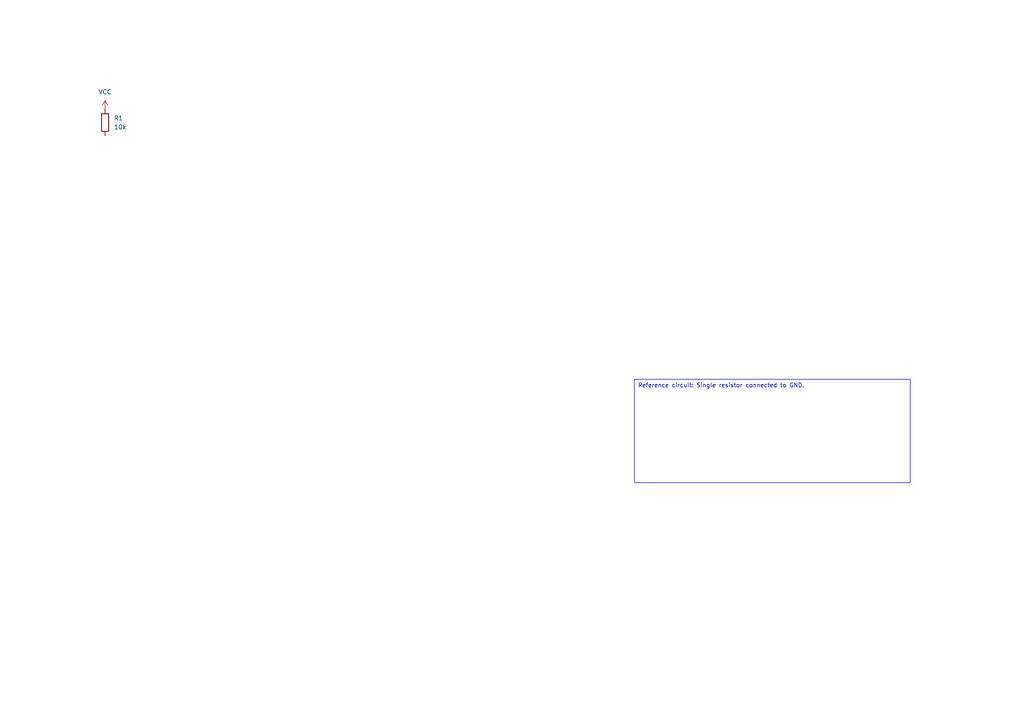
<source format=kicad_sch>
(kicad_sch (version 20250114) (generator "eeschema") (generator_version "9.0")
  (paper "A4")
  (title_block (title "reference_gnd"))
  (lib_symbols
    (symbol "Device:R" (pin_numbers (hide yes)) (pin_names (offset 0))
      (property "Reference" "R" (at 2.032 0 90))
      (property "Value" "R" (at 0 0 90))
      (symbol "R_0_1"
        (rectangle (start -1.016 -2.54) (end 1.016 2.54) (stroke (width 0.254)))
      )
      (symbol "R_1_1"
        (pin passive line (at 0 3.81 270) (length 1.27) (name "~") (number "1"))
        (pin passive line (at 0 -3.81 90) (length 1.27) (name "~") (number "2"))
      )
    )
    (symbol "power:VCC" (power) (pin_numbers (hide yes)) (pin_names (offset 0) (hide yes))
      (property "Value" "VCC" (at 0 3.556 0))
      (symbol "VCC_0_1"
        (polyline (pts (xy -0.762 1.27) (xy 0 2.54)))
        (polyline (pts (xy 0 2.54) (xy 0.762 1.27)))
        (polyline (pts (xy 0 0) (xy 0 2.54)))
      )
      (symbol "VCC_1_1"
        (pin power_in line (at 0 0 90) (length 0) (name "~") (number "1"))
      )
    )
  )
  (text_box "Reference circuit: Single resistor connected to GND." (at 184 110 0) (size 80 30) (margins 1 1 1 1) (effects (font (size 1.2 1.2)) (justify left top)))
  (symbol (lib_id "Device:R") (at 30.48 35.56 0) (unit 1)
    (property "Reference" "R1" (at 33.02 34.2899 0) (effects (justify left)))
    (property "Value" "10k" (at 33.02 36.8299 0) (effects (justify left)))
    (property "Footprint" "Resistor_SMD:R_0603_1608Metric" (effects (hide yes)))
    (property "hierarchy_path" "/cf37708f-c326-41b4-b589-ebf4fc07662c" (effects (hide yes)))
    (property "project_name" "reference_gnd" (effects (hide yes)))
    (property "root_uuid" "cf37708f-c326-41b4-b589-ebf4fc07662c" (effects (hide yes)))
  )
  (symbol (lib_id "power:VCC") (at 30.48 31.75 0) (unit 1)
    (property "Reference" "#PWR01" (effects (hide yes)))
    (property "Value" "VCC" (at 30.48 26.67 0))
    (property "Description" "Power symbol creates a global label with name \"VCC\"" (effects (hide yes)))
  )
)
</source>
